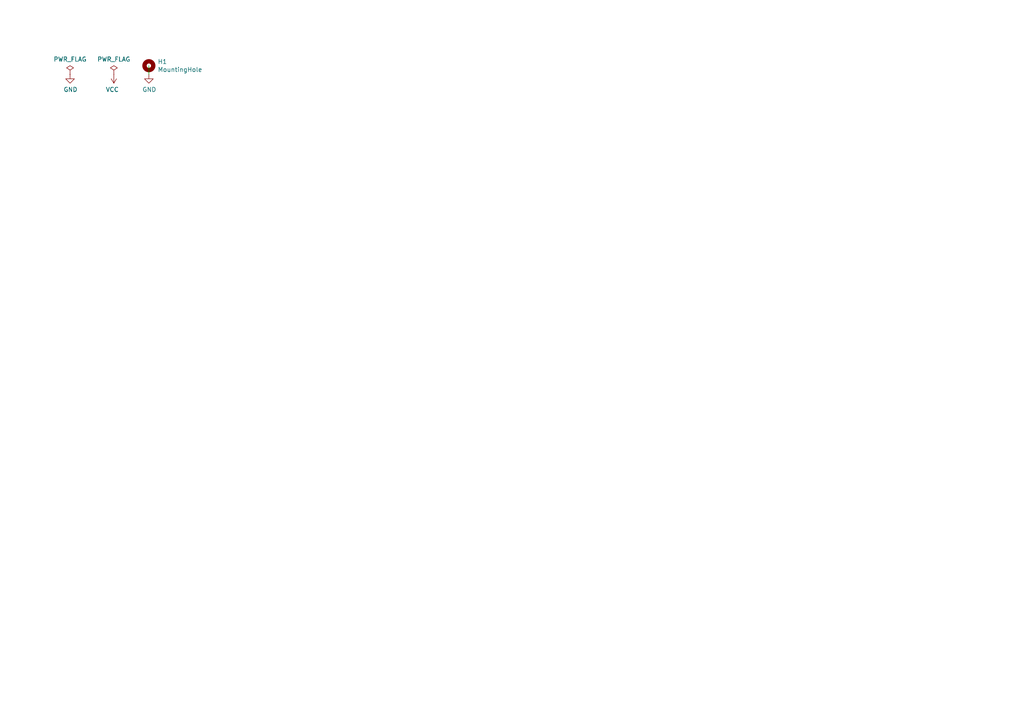
<source format=kicad_sch>
(kicad_sch (version 20211123) (generator eeschema)

  (uuid f1dd8642-b405-490b-a449-d1cc5797fda8)

  (paper "A4")

  (title_block
    (title "Choctopus44 bottom plate")
    (date "2023-05-15")
    (rev "2.0")
  )

  (lib_symbols
    (symbol "Mechanical:MountingHole" (pin_names (offset 1.016)) (in_bom yes) (on_board yes)
      (property "Reference" "H" (id 0) (at 0 5.08 0)
        (effects (font (size 1.27 1.27)))
      )
      (property "Value" "MountingHole" (id 1) (at 0 3.175 0)
        (effects (font (size 1.27 1.27)))
      )
      (property "Footprint" "" (id 2) (at 0 0 0)
        (effects (font (size 1.27 1.27)) hide)
      )
      (property "Datasheet" "~" (id 3) (at 0 0 0)
        (effects (font (size 1.27 1.27)) hide)
      )
      (property "ki_keywords" "mounting hole" (id 4) (at 0 0 0)
        (effects (font (size 1.27 1.27)) hide)
      )
      (property "ki_description" "Mounting Hole without connection" (id 5) (at 0 0 0)
        (effects (font (size 1.27 1.27)) hide)
      )
      (property "ki_fp_filters" "MountingHole*" (id 6) (at 0 0 0)
        (effects (font (size 1.27 1.27)) hide)
      )
      (symbol "MountingHole_0_1"
        (circle (center 0 0) (radius 1.27)
          (stroke (width 1.27) (type default) (color 0 0 0 0))
          (fill (type none))
        )
      )
    )
    (symbol "power:GND" (power) (pin_names (offset 0)) (in_bom yes) (on_board yes)
      (property "Reference" "#PWR" (id 0) (at 0 -6.35 0)
        (effects (font (size 1.27 1.27)) hide)
      )
      (property "Value" "GND" (id 1) (at 0 -3.81 0)
        (effects (font (size 1.27 1.27)))
      )
      (property "Footprint" "" (id 2) (at 0 0 0)
        (effects (font (size 1.27 1.27)) hide)
      )
      (property "Datasheet" "" (id 3) (at 0 0 0)
        (effects (font (size 1.27 1.27)) hide)
      )
      (property "ki_keywords" "power-flag" (id 4) (at 0 0 0)
        (effects (font (size 1.27 1.27)) hide)
      )
      (property "ki_description" "Power symbol creates a global label with name \"GND\" , ground" (id 5) (at 0 0 0)
        (effects (font (size 1.27 1.27)) hide)
      )
      (symbol "GND_0_1"
        (polyline
          (pts
            (xy 0 0)
            (xy 0 -1.27)
            (xy 1.27 -1.27)
            (xy 0 -2.54)
            (xy -1.27 -1.27)
            (xy 0 -1.27)
          )
          (stroke (width 0) (type default) (color 0 0 0 0))
          (fill (type none))
        )
      )
      (symbol "GND_1_1"
        (pin power_in line (at 0 0 270) (length 0) hide
          (name "GND" (effects (font (size 1.27 1.27))))
          (number "1" (effects (font (size 1.27 1.27))))
        )
      )
    )
    (symbol "power:PWR_FLAG" (power) (pin_numbers hide) (pin_names (offset 0) hide) (in_bom yes) (on_board yes)
      (property "Reference" "#FLG" (id 0) (at 0 1.905 0)
        (effects (font (size 1.27 1.27)) hide)
      )
      (property "Value" "PWR_FLAG" (id 1) (at 0 3.81 0)
        (effects (font (size 1.27 1.27)))
      )
      (property "Footprint" "" (id 2) (at 0 0 0)
        (effects (font (size 1.27 1.27)) hide)
      )
      (property "Datasheet" "~" (id 3) (at 0 0 0)
        (effects (font (size 1.27 1.27)) hide)
      )
      (property "ki_keywords" "power-flag" (id 4) (at 0 0 0)
        (effects (font (size 1.27 1.27)) hide)
      )
      (property "ki_description" "Special symbol for telling ERC where power comes from" (id 5) (at 0 0 0)
        (effects (font (size 1.27 1.27)) hide)
      )
      (symbol "PWR_FLAG_0_0"
        (pin power_out line (at 0 0 90) (length 0)
          (name "pwr" (effects (font (size 1.27 1.27))))
          (number "1" (effects (font (size 1.27 1.27))))
        )
      )
      (symbol "PWR_FLAG_0_1"
        (polyline
          (pts
            (xy 0 0)
            (xy 0 1.27)
            (xy -1.016 1.905)
            (xy 0 2.54)
            (xy 1.016 1.905)
            (xy 0 1.27)
          )
          (stroke (width 0) (type default) (color 0 0 0 0))
          (fill (type none))
        )
      )
    )
    (symbol "power:VCC" (power) (pin_names (offset 0)) (in_bom yes) (on_board yes)
      (property "Reference" "#PWR" (id 0) (at 0 -3.81 0)
        (effects (font (size 1.27 1.27)) hide)
      )
      (property "Value" "VCC" (id 1) (at 0 3.81 0)
        (effects (font (size 1.27 1.27)))
      )
      (property "Footprint" "" (id 2) (at 0 0 0)
        (effects (font (size 1.27 1.27)) hide)
      )
      (property "Datasheet" "" (id 3) (at 0 0 0)
        (effects (font (size 1.27 1.27)) hide)
      )
      (property "ki_keywords" "power-flag" (id 4) (at 0 0 0)
        (effects (font (size 1.27 1.27)) hide)
      )
      (property "ki_description" "Power symbol creates a global label with name \"VCC\"" (id 5) (at 0 0 0)
        (effects (font (size 1.27 1.27)) hide)
      )
      (symbol "VCC_0_1"
        (polyline
          (pts
            (xy -0.762 1.27)
            (xy 0 2.54)
          )
          (stroke (width 0) (type default) (color 0 0 0 0))
          (fill (type none))
        )
        (polyline
          (pts
            (xy 0 0)
            (xy 0 2.54)
          )
          (stroke (width 0) (type default) (color 0 0 0 0))
          (fill (type none))
        )
        (polyline
          (pts
            (xy 0 2.54)
            (xy 0.762 1.27)
          )
          (stroke (width 0) (type default) (color 0 0 0 0))
          (fill (type none))
        )
      )
      (symbol "VCC_1_1"
        (pin power_in line (at 0 0 90) (length 0) hide
          (name "VCC" (effects (font (size 1.27 1.27))))
          (number "1" (effects (font (size 1.27 1.27))))
        )
      )
    )
  )


  (wire (pts (xy 43.18 19.05) (xy 43.18 21.59))
    (stroke (width 0) (type default) (color 0 0 0 0))
    (uuid 786b6072-5772-4bc1-8eeb-6c4e19f2a91b)
  )

  (symbol (lib_id "power:PWR_FLAG") (at 20.32 21.59 0) (unit 1)
    (in_bom yes) (on_board yes)
    (uuid 00000000-0000-0000-0000-00005dcb9fa4)
    (property "Reference" "#FLG01" (id 0) (at 20.32 19.685 0)
      (effects (font (size 1.27 1.27)) hide)
    )
    (property "Value" "PWR_FLAG" (id 1) (at 20.32 17.1958 0))
    (property "Footprint" "" (id 2) (at 20.32 21.59 0)
      (effects (font (size 1.27 1.27)) hide)
    )
    (property "Datasheet" "~" (id 3) (at 20.32 21.59 0)
      (effects (font (size 1.27 1.27)) hide)
    )
    (pin "1" (uuid a10b569c-d672-485d-9c05-2cb4795deeca))
  )

  (symbol (lib_id "power:GND") (at 20.32 21.59 0) (unit 1)
    (in_bom yes) (on_board yes)
    (uuid 00000000-0000-0000-0000-00005dcba40a)
    (property "Reference" "#PWR01" (id 0) (at 20.32 27.94 0)
      (effects (font (size 1.27 1.27)) hide)
    )
    (property "Value" "GND" (id 1) (at 20.447 25.9842 0))
    (property "Footprint" "" (id 2) (at 20.32 21.59 0)
      (effects (font (size 1.27 1.27)) hide)
    )
    (property "Datasheet" "" (id 3) (at 20.32 21.59 0)
      (effects (font (size 1.27 1.27)) hide)
    )
    (pin "1" (uuid 4c8704fa-310a-4c01-8dc1-2b7e2727fea0))
  )

  (symbol (lib_id "power:PWR_FLAG") (at 33.02 21.59 0) (unit 1)
    (in_bom yes) (on_board yes)
    (uuid 00000000-0000-0000-0000-00005dcbaa8b)
    (property "Reference" "#FLG02" (id 0) (at 33.02 19.685 0)
      (effects (font (size 1.27 1.27)) hide)
    )
    (property "Value" "PWR_FLAG" (id 1) (at 33.02 17.1958 0))
    (property "Footprint" "" (id 2) (at 33.02 21.59 0)
      (effects (font (size 1.27 1.27)) hide)
    )
    (property "Datasheet" "~" (id 3) (at 33.02 21.59 0)
      (effects (font (size 1.27 1.27)) hide)
    )
    (pin "1" (uuid 05e45f00-3c6b-4c0c-9ffb-3fe26fcda007))
  )

  (symbol (lib_id "power:VCC") (at 33.02 21.59 180) (unit 1)
    (in_bom yes) (on_board yes)
    (uuid 00000000-0000-0000-0000-00005dcbaba8)
    (property "Reference" "#PWR02" (id 0) (at 33.02 17.78 0)
      (effects (font (size 1.27 1.27)) hide)
    )
    (property "Value" "VCC" (id 1) (at 32.5628 25.9842 0))
    (property "Footprint" "" (id 2) (at 33.02 21.59 0)
      (effects (font (size 1.27 1.27)) hide)
    )
    (property "Datasheet" "" (id 3) (at 33.02 21.59 0)
      (effects (font (size 1.27 1.27)) hide)
    )
    (pin "1" (uuid fb191df4-267d-4797-80dd-be346b8eeb99))
  )

  (symbol (lib_id "Mechanical:MountingHole") (at 43.18 19.05 0) (unit 1)
    (in_bom yes) (on_board yes)
    (uuid 00000000-0000-0000-0000-000060e5c010)
    (property "Reference" "H1" (id 0) (at 45.72 17.8816 0)
      (effects (font (size 1.27 1.27)) (justify left))
    )
    (property "Value" "MountingHole" (id 1) (at 45.72 20.193 0)
      (effects (font (size 1.27 1.27)) (justify left))
    )
    (property "Footprint" "MountingHole:MountingHole_2.2mm_M2_Pad" (id 2) (at 43.18 19.05 0)
      (effects (font (size 1.27 1.27)) hide)
    )
    (property "Datasheet" "~" (id 3) (at 43.18 19.05 0)
      (effects (font (size 1.27 1.27)) hide)
    )
  )

  (symbol (lib_id "power:GND") (at 43.18 21.59 0) (unit 1)
    (in_bom yes) (on_board yes)
    (uuid 00000000-0000-0000-0000-000060e5d809)
    (property "Reference" "#PWR0101" (id 0) (at 43.18 27.94 0)
      (effects (font (size 1.27 1.27)) hide)
    )
    (property "Value" "GND" (id 1) (at 43.307 25.9842 0))
    (property "Footprint" "" (id 2) (at 43.18 21.59 0)
      (effects (font (size 1.27 1.27)) hide)
    )
    (property "Datasheet" "" (id 3) (at 43.18 21.59 0)
      (effects (font (size 1.27 1.27)) hide)
    )
    (pin "1" (uuid a419542a-0c78-421e-9ac7-81d3afba6186))
  )

  (sheet_instances
    (path "/" (page "1"))
  )

  (symbol_instances
    (path "/00000000-0000-0000-0000-00005dcb9fa4"
      (reference "#FLG01") (unit 1) (value "PWR_FLAG") (footprint "")
    )
    (path "/00000000-0000-0000-0000-00005dcbaa8b"
      (reference "#FLG02") (unit 1) (value "PWR_FLAG") (footprint "")
    )
    (path "/00000000-0000-0000-0000-00005dcba40a"
      (reference "#PWR01") (unit 1) (value "GND") (footprint "")
    )
    (path "/00000000-0000-0000-0000-00005dcbaba8"
      (reference "#PWR02") (unit 1) (value "VCC") (footprint "")
    )
    (path "/00000000-0000-0000-0000-000060e5d809"
      (reference "#PWR0101") (unit 1) (value "GND") (footprint "")
    )
    (path "/00000000-0000-0000-0000-000060e5c010"
      (reference "H1") (unit 1) (value "MountingHole") (footprint "MountingHole:MountingHole_2.2mm_M2_Pad")
    )
  )
)

</source>
